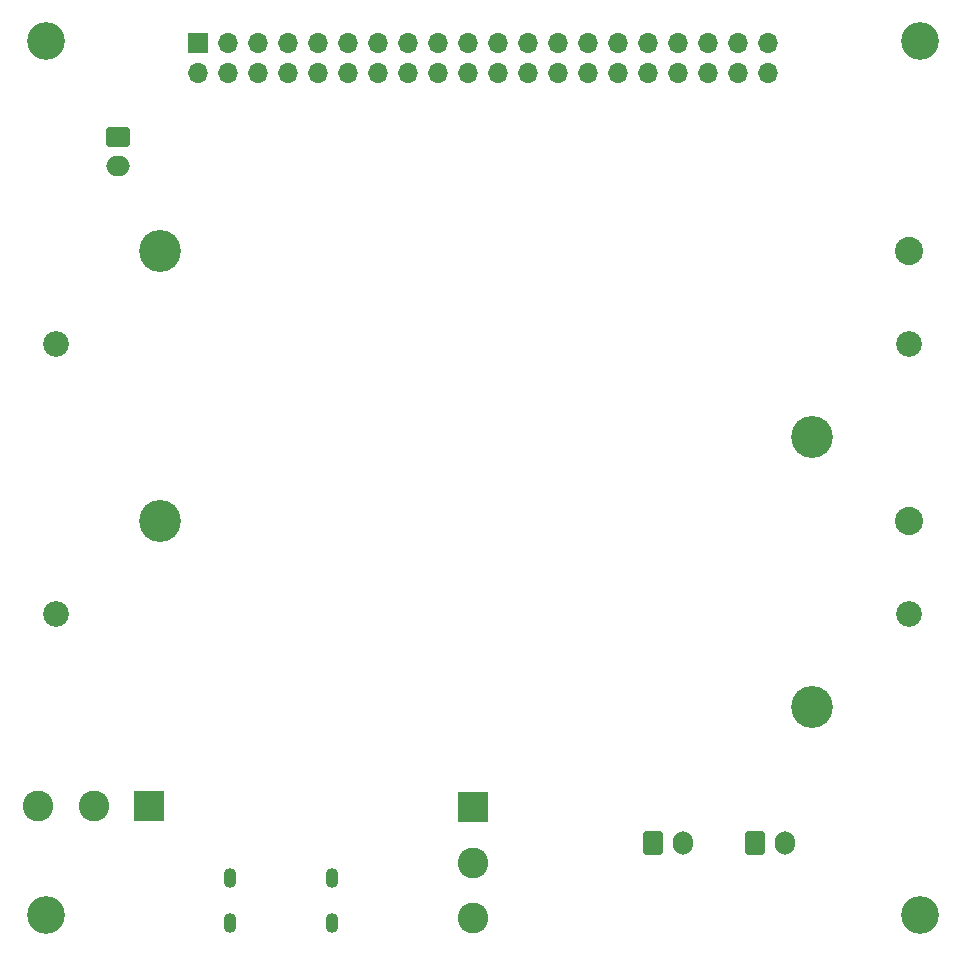
<source format=gbs>
%TF.GenerationSoftware,KiCad,Pcbnew,8.0.6*%
%TF.CreationDate,2024-11-27T19:42:17+03:00*%
%TF.ProjectId,EPSv3,45505376-332e-46b6-9963-61645f706362,rev?*%
%TF.SameCoordinates,Original*%
%TF.FileFunction,Soldermask,Bot*%
%TF.FilePolarity,Negative*%
%FSLAX46Y46*%
G04 Gerber Fmt 4.6, Leading zero omitted, Abs format (unit mm)*
G04 Created by KiCad (PCBNEW 8.0.6) date 2024-11-27 19:42:17*
%MOMM*%
%LPD*%
G01*
G04 APERTURE LIST*
G04 Aperture macros list*
%AMRoundRect*
0 Rectangle with rounded corners*
0 $1 Rounding radius*
0 $2 $3 $4 $5 $6 $7 $8 $9 X,Y pos of 4 corners*
0 Add a 4 corners polygon primitive as box body*
4,1,4,$2,$3,$4,$5,$6,$7,$8,$9,$2,$3,0*
0 Add four circle primitives for the rounded corners*
1,1,$1+$1,$2,$3*
1,1,$1+$1,$4,$5*
1,1,$1+$1,$6,$7*
1,1,$1+$1,$8,$9*
0 Add four rect primitives between the rounded corners*
20,1,$1+$1,$2,$3,$4,$5,0*
20,1,$1+$1,$4,$5,$6,$7,0*
20,1,$1+$1,$6,$7,$8,$9,0*
20,1,$1+$1,$8,$9,$2,$3,0*%
G04 Aperture macros list end*
%ADD10RoundRect,0.250000X-0.600000X-0.750000X0.600000X-0.750000X0.600000X0.750000X-0.600000X0.750000X0*%
%ADD11O,1.700000X2.000000*%
%ADD12R,2.595000X2.595000*%
%ADD13C,2.595000*%
%ADD14RoundRect,0.250000X-0.750000X0.600000X-0.750000X-0.600000X0.750000X-0.600000X0.750000X0.600000X0*%
%ADD15O,2.000000X1.700000*%
%ADD16O,1.100000X1.700000*%
%ADD17C,3.200000*%
%ADD18R,1.700000X1.700000*%
%ADD19O,1.700000X1.700000*%
%ADD20C,3.550000*%
%ADD21C,2.390000*%
%ADD22C,2.184000*%
G04 APERTURE END LIST*
D10*
%TO.C,J2*%
X113494606Y-116859982D03*
D11*
X115994606Y-116859982D03*
%TD*%
D12*
%TO.C,S1*%
X89598606Y-113831982D03*
D13*
X89598606Y-118531982D03*
X89598606Y-123231982D03*
%TD*%
D12*
%TO.C,S3*%
X62166606Y-113705982D03*
D13*
X57466606Y-113705982D03*
X52766606Y-113705982D03*
%TD*%
D14*
%TO.C,J4*%
X59520606Y-57083982D03*
D15*
X59520606Y-59583982D03*
%TD*%
D16*
%TO.C,J3*%
X69022606Y-119849982D03*
X69022606Y-123649982D03*
X77662606Y-119849982D03*
X77662606Y-123649982D03*
%TD*%
D10*
%TO.C,J1*%
X104858606Y-116859982D03*
D11*
X107358606Y-116859982D03*
%TD*%
D17*
%TO.C,H4*%
X127431824Y-48970295D03*
%TD*%
%TO.C,H1*%
X53392000Y-122988000D03*
%TD*%
%TO.C,H2*%
X127431824Y-122988000D03*
%TD*%
D18*
%TO.C,J5*%
X66260606Y-49169982D03*
D19*
X66260606Y-51709982D03*
X68800606Y-49169982D03*
X68800606Y-51709982D03*
X71340606Y-49169982D03*
X71340606Y-51709982D03*
X73880606Y-49169982D03*
X73880606Y-51709982D03*
X76420606Y-49169982D03*
X76420606Y-51709982D03*
X78960606Y-49169982D03*
X78960606Y-51709982D03*
X81500606Y-49169982D03*
X81500606Y-51709982D03*
X84040606Y-49169982D03*
X84040606Y-51709982D03*
X86580606Y-49169982D03*
X86580606Y-51709982D03*
X89120606Y-49169982D03*
X89120606Y-51709982D03*
X91660606Y-49169982D03*
X91660606Y-51709982D03*
X94200606Y-49169982D03*
X94200606Y-51709982D03*
X96740606Y-49169982D03*
X96740606Y-51709982D03*
X99280606Y-49169982D03*
X99280606Y-51709982D03*
X101820606Y-49169982D03*
X101820606Y-51709982D03*
X104360606Y-49169982D03*
X104360606Y-51709982D03*
X106900606Y-49169982D03*
X106900606Y-51709982D03*
X109440606Y-49169982D03*
X109440606Y-51709982D03*
X111980606Y-49169982D03*
X111980606Y-51709982D03*
X114520606Y-49169982D03*
X114520606Y-51709982D03*
%TD*%
D17*
%TO.C,H3*%
X53392000Y-48970295D03*
%TD*%
D20*
%TO.C,BT2*%
X63070606Y-66719982D03*
X118270606Y-82459982D03*
D21*
X126470606Y-66719982D03*
D22*
X54250606Y-74589982D03*
X126470606Y-74589982D03*
%TD*%
D20*
%TO.C,BT1*%
X63070606Y-89579982D03*
X118270606Y-105319982D03*
D21*
X126470606Y-89579982D03*
D22*
X54250606Y-97449982D03*
X126470606Y-97449982D03*
%TD*%
M02*

</source>
